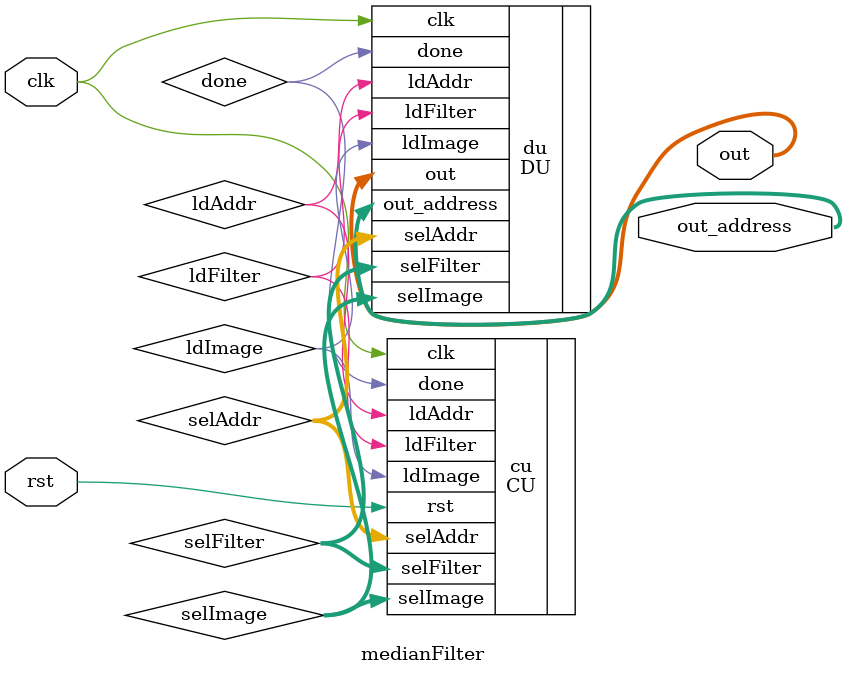
<source format=v>
module medianFilter(
	output	[7:0]		out, 
	output 	[18:0]	out_address, 
	input					clk, 
	input 				rst
); 

wire 			ldAddr; 
wire			ldImage; 
wire 			ldFilter; 
wire 			done; 
wire	[2:0]	selAddr; 
wire 	[1:0]	selFilter; 
wire 	[2:0]	selImage; 

DU du(
	.out					(out), 
	.clk					(clk), 
	.out_address		(out_address), 
	.ldAddr				(ldAddr), 
	.selAddr				(selAddr), 
	.ldImage				(ldImage), 
	.selImage			(selImage), 
	.ldFilter			(ldFilter), 
	.selFilter			(selFilter), 
	.done             (done)
); 

CU	cu(
	.ldAddr				(ldAddr), 
	.selAddr				(selAddr), 
	.ldImage				(ldImage), 
	.selImage			(selImage), 
	.ldFilter			(ldFilter), 
	.selFilter			(selFilter), 
	.done					(done), 
	.clk					(clk), 
	.rst					(rst)
); 

endmodule 

</source>
